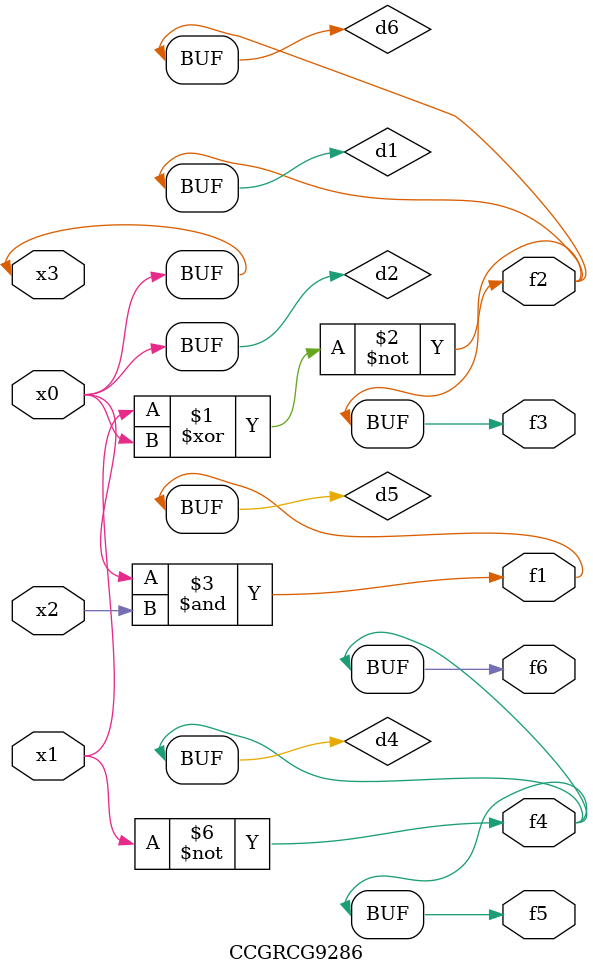
<source format=v>
module CCGRCG9286(
	input x0, x1, x2, x3,
	output f1, f2, f3, f4, f5, f6
);

	wire d1, d2, d3, d4, d5, d6;

	xnor (d1, x1, x3);
	buf (d2, x0, x3);
	nand (d3, x0, x2);
	not (d4, x1);
	nand (d5, d3);
	or (d6, d1);
	assign f1 = d5;
	assign f2 = d6;
	assign f3 = d6;
	assign f4 = d4;
	assign f5 = d4;
	assign f6 = d4;
endmodule

</source>
